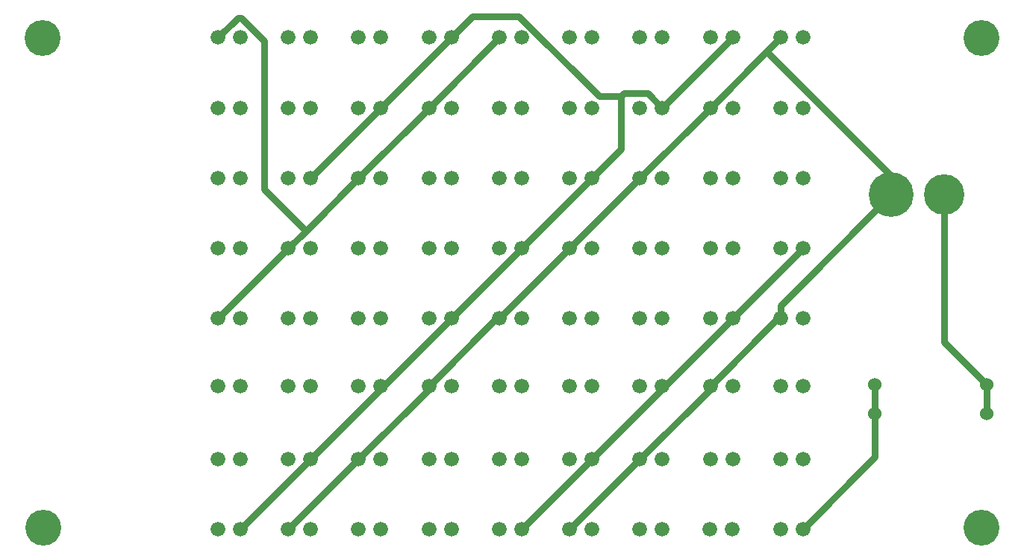
<source format=gbl>
G04 (created by PCBNEW-RS274X (2011-05-25)-stable) date Tue 26 Jun 2012 11:18:22 AM PDT*
G01*
G70*
G90*
%MOIN*%
G04 Gerber Fmt 3.4, Leading zero omitted, Abs format*
%FSLAX34Y34*%
G04 APERTURE LIST*
%ADD10C,0.006000*%
%ADD11C,0.060000*%
%ADD12C,0.200000*%
%ADD13C,0.181100*%
%ADD14C,0.160000*%
%ADD15C,0.066000*%
%ADD16C,0.030000*%
G04 APERTURE END LIST*
G54D10*
G54D11*
X62832Y-52348D03*
X67832Y-52348D03*
X62812Y-51048D03*
X67812Y-51048D03*
G54D12*
X63551Y-42545D03*
G54D13*
X65913Y-42545D03*
G54D14*
X25683Y-57437D03*
X67598Y-35544D03*
X67577Y-57437D03*
X25642Y-35544D03*
G54D15*
X33488Y-41797D03*
X34488Y-41797D03*
X36629Y-35515D03*
X37629Y-35515D03*
X39769Y-35515D03*
X40769Y-35515D03*
X42910Y-35515D03*
X43910Y-35515D03*
X46050Y-35515D03*
X47050Y-35515D03*
X49191Y-35515D03*
X50191Y-35515D03*
X52331Y-35515D03*
X53331Y-35515D03*
X55472Y-35515D03*
X56472Y-35515D03*
X58612Y-35515D03*
X59612Y-35515D03*
X33488Y-38656D03*
X34488Y-38656D03*
X36629Y-38656D03*
X37629Y-38656D03*
X39769Y-38656D03*
X40769Y-38656D03*
X42910Y-38656D03*
X43910Y-38656D03*
X46050Y-38656D03*
X47050Y-38656D03*
X49191Y-38656D03*
X50191Y-38656D03*
X52331Y-38656D03*
X53331Y-38656D03*
X55472Y-38656D03*
X56472Y-38656D03*
X58612Y-38656D03*
X59612Y-38656D03*
X52331Y-41797D03*
X53331Y-41797D03*
X49191Y-41797D03*
X50191Y-41797D03*
X46050Y-41797D03*
X47050Y-41797D03*
X42910Y-41797D03*
X43910Y-41797D03*
X39769Y-41797D03*
X40769Y-41797D03*
X36629Y-41797D03*
X37629Y-41797D03*
X58612Y-41797D03*
X59612Y-41797D03*
X55472Y-41797D03*
X56472Y-41797D03*
X33488Y-44938D03*
X34488Y-44938D03*
X55472Y-44938D03*
X56472Y-44938D03*
X52331Y-44938D03*
X53331Y-44938D03*
X49191Y-44938D03*
X50191Y-44938D03*
X46050Y-44938D03*
X47050Y-44938D03*
X42910Y-44938D03*
X43910Y-44938D03*
X39769Y-44938D03*
X40769Y-44938D03*
X36629Y-44938D03*
X37629Y-44938D03*
X58612Y-44938D03*
X59612Y-44938D03*
X33488Y-57500D03*
X34488Y-57500D03*
X33488Y-54360D03*
X34488Y-54360D03*
X33488Y-51101D03*
X34488Y-51101D03*
X33488Y-48079D03*
X34488Y-48079D03*
X58612Y-48079D03*
X59612Y-48079D03*
X55472Y-48079D03*
X56472Y-48079D03*
X52331Y-48079D03*
X53331Y-48079D03*
X49191Y-48079D03*
X50191Y-48079D03*
X42910Y-48079D03*
X43910Y-48079D03*
X46050Y-48079D03*
X47050Y-48079D03*
X39769Y-48079D03*
X40769Y-48079D03*
X36629Y-48079D03*
X37629Y-48079D03*
X36629Y-51101D03*
X37629Y-51101D03*
X58612Y-51101D03*
X59612Y-51101D03*
X55472Y-51101D03*
X56472Y-51101D03*
X52331Y-51101D03*
X53331Y-51101D03*
X49191Y-51101D03*
X50191Y-51101D03*
X46050Y-51101D03*
X47050Y-51101D03*
X42910Y-51101D03*
X43910Y-51101D03*
X39769Y-51101D03*
X40769Y-51101D03*
X36629Y-54360D03*
X37629Y-54360D03*
X58612Y-54360D03*
X59612Y-54360D03*
X55472Y-54360D03*
X56472Y-54360D03*
X52331Y-54360D03*
X53331Y-54360D03*
X49191Y-54360D03*
X50191Y-54360D03*
X46050Y-54360D03*
X47050Y-54360D03*
X42910Y-54360D03*
X43910Y-54360D03*
X39769Y-54360D03*
X40769Y-54360D03*
X39769Y-57500D03*
X40769Y-57500D03*
X36629Y-57500D03*
X37629Y-57500D03*
X58612Y-57500D03*
X59612Y-57500D03*
X55463Y-57500D03*
X56463Y-57500D03*
X52331Y-57500D03*
X53331Y-57500D03*
X49191Y-57500D03*
X50191Y-57500D03*
X46050Y-57500D03*
X47050Y-57500D03*
X42910Y-57500D03*
X43910Y-57500D03*
X33488Y-35515D03*
X34488Y-35515D03*
G54D16*
X65913Y-49149D02*
X67812Y-51048D01*
X65913Y-42545D02*
X65913Y-49149D01*
X67812Y-52328D02*
X67812Y-51048D01*
X67832Y-52348D02*
X67812Y-52328D01*
X50190Y-54360D02*
X50191Y-54360D01*
X47050Y-57500D02*
X50190Y-54360D01*
X62832Y-54280D02*
X62832Y-52348D01*
X59612Y-57500D02*
X62832Y-54280D01*
X53331Y-51220D02*
X53331Y-51101D01*
X50191Y-54360D02*
X53331Y-51220D01*
X47050Y-44939D02*
X47050Y-44938D01*
X43910Y-48079D02*
X47050Y-44939D01*
X53450Y-51101D02*
X56472Y-48079D01*
X53331Y-51101D02*
X53450Y-51101D01*
X59612Y-44939D02*
X59612Y-44938D01*
X56472Y-48079D02*
X59612Y-44939D01*
X40888Y-51101D02*
X43910Y-48079D01*
X40769Y-51101D02*
X40888Y-51101D01*
X40769Y-38657D02*
X40769Y-38656D01*
X37629Y-41797D02*
X40769Y-38657D01*
X47050Y-44938D02*
X50191Y-41797D01*
X53331Y-38656D02*
X56472Y-35515D01*
X40769Y-38656D02*
X43910Y-35515D01*
X51484Y-40504D02*
X51484Y-38142D01*
X50191Y-41797D02*
X51484Y-40504D01*
X51617Y-38009D02*
X51484Y-38142D01*
X52684Y-38009D02*
X51617Y-38009D01*
X53331Y-38656D02*
X52684Y-38009D01*
X44867Y-34558D02*
X43910Y-35515D01*
X46920Y-34558D02*
X44867Y-34558D01*
X50504Y-38142D02*
X46920Y-34558D01*
X51484Y-38142D02*
X50504Y-38142D01*
X62832Y-51068D02*
X62832Y-52348D01*
X62812Y-51048D02*
X62832Y-51068D01*
X40769Y-51220D02*
X37629Y-54360D01*
X40769Y-51101D02*
X40769Y-51220D01*
X34489Y-57500D02*
X34488Y-57500D01*
X37629Y-54360D02*
X34489Y-57500D01*
X36629Y-57500D02*
X39769Y-54360D01*
X49191Y-57500D02*
X52331Y-54360D01*
X42910Y-51219D02*
X42910Y-51101D01*
X39769Y-54360D02*
X42910Y-51219D01*
X55472Y-51219D02*
X55472Y-51101D01*
X52331Y-54360D02*
X55472Y-51219D01*
X45932Y-48079D02*
X46050Y-48079D01*
X42910Y-51101D02*
X45932Y-48079D01*
X58494Y-48079D02*
X58612Y-48079D01*
X55472Y-51101D02*
X58494Y-48079D01*
X58612Y-47484D02*
X63551Y-42545D01*
X58612Y-48079D02*
X58612Y-47484D01*
X46050Y-48079D02*
X49191Y-44938D01*
X52331Y-41798D02*
X52331Y-41797D01*
X49191Y-44938D02*
X52331Y-41798D01*
X52331Y-41797D02*
X55472Y-38656D01*
X39769Y-41797D02*
X42910Y-38656D01*
X46050Y-35516D02*
X46050Y-35515D01*
X42910Y-38656D02*
X46050Y-35516D01*
X63551Y-41689D02*
X63551Y-42545D01*
X57995Y-36133D02*
X63551Y-41689D01*
X55472Y-38656D02*
X57995Y-36133D01*
X58612Y-35516D02*
X58612Y-35515D01*
X57995Y-36133D02*
X58612Y-35516D01*
X35559Y-42297D02*
X37414Y-44152D01*
X35559Y-35674D02*
X35559Y-42297D01*
X34505Y-34620D02*
X35559Y-35674D01*
X34383Y-34620D02*
X34505Y-34620D01*
X33488Y-35515D02*
X34383Y-34620D01*
X37414Y-44152D02*
X39769Y-41797D01*
X36629Y-44937D02*
X37414Y-44152D01*
X36629Y-44938D02*
X36629Y-44937D01*
X36629Y-44938D02*
X33488Y-48079D01*
M02*

</source>
